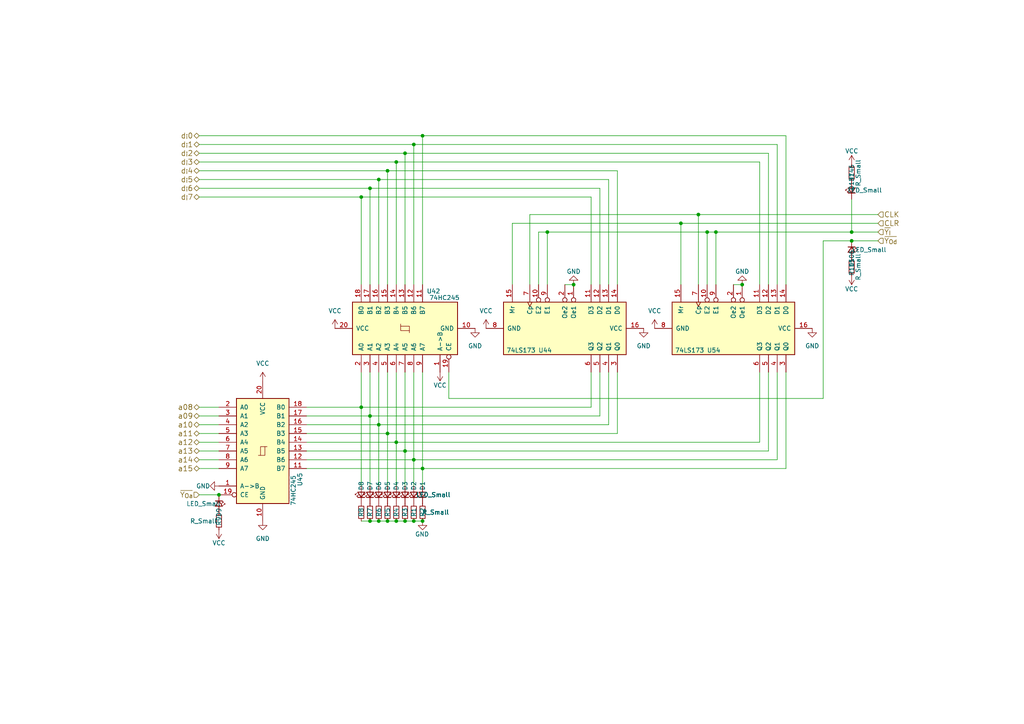
<source format=kicad_sch>
(kicad_sch (version 20230121) (generator eeschema)
  (paper "A4")
  (lib_symbols
    (symbol "74xx:74HC245" (pin_names (offset 1.016))
      (property "Reference" "U" (at -7.62 16.51 0))
      (property "Value" "74HC245" (at -7.62 -16.51 0))
      (symbol "74HC245_1_0"
        (polyline (pts (xy -0.635 -1.27) (xy -0.635 1.27) (xy 0.635 1.27)))
        (polyline (pts (xy -1.27 -1.27) (xy 0.635 -1.27) (xy 0.635 1.27) (xy 1.27 1.27)))
        (pin input line (at -12.7 -10.16 0) (length 5.08) (name "A->B") (number "1"))
        (pin power_in line (at 0 -20.32 90) (length 5.08) (name "GND") (number "10"))
        (pin tri_state line (at 12.7 -5.08 180) (length 5.08) (name "B7") (number "11"))
        (pin tri_state line (at 12.7 -2.54 180) (length 5.08) (name "B6") (number "12"))
        (pin tri_state line (at 12.7 0 180) (length 5.08) (name "B5") (number "13"))
        (pin tri_state line (at 12.7 2.54 180) (length 5.08) (name "B4") (number "14"))
        (pin tri_state line (at 12.7 5.08 180) (length 5.08) (name "B3") (number "15"))
        (pin tri_state line (at 12.7 7.62 180) (length 5.08) (name "B2") (number "16"))
        (pin tri_state line (at 12.7 10.16 180) (length 5.08) (name "B1") (number "17"))
        (pin tri_state line (at 12.7 12.7 180) (length 5.08) (name "B0") (number "18"))
        (pin input inverted (at -12.7 -12.7 0) (length 5.08) (name "CE") (number "19"))
        (pin tri_state line (at -12.7 12.7 0) (length 5.08) (name "A0") (number "2"))
        (pin power_in line (at 0 20.32 270) (length 5.08) (name "VCC") (number "20"))
        (pin tri_state line (at -12.7 10.16 0) (length 5.08) (name "A1") (number "3"))
        (pin tri_state line (at -12.7 7.62 0) (length 5.08) (name "A2") (number "4"))
        (pin tri_state line (at -12.7 5.08 0) (length 5.08) (name "A3") (number "5"))
        (pin tri_state line (at -12.7 2.54 0) (length 5.08) (name "A4") (number "6"))
        (pin tri_state line (at -12.7 0 0) (length 5.08) (name "A5") (number "7"))
        (pin tri_state line (at -12.7 -2.54 0) (length 5.08) (name "A6") (number "8"))
        (pin tri_state line (at -12.7 -5.08 0) (length 5.08) (name "A7") (number "9"))
      )
      (symbol "74HC245_1_1"
        (rectangle (start -7.62 15.24) (end 7.62 -15.24) (stroke (width 0.254)) (fill (type background)))
      )
    )
    (symbol "74xx:74LS173" (pin_names (offset 1.016))
      (property "Reference" "U" (at -7.62 19.05 0))
      (property "Value" "74LS173" (at -7.62 -19.05 0))
      (symbol "74LS173_1_0"
        (pin input inverted (at -12.7 2.54 0) (length 5.08) (name "Oe1") (number "1"))
        (pin input inverted (at -12.7 -7.62 0) (length 5.08) (name "E2") (number "10"))
        (pin input line (at -12.7 7.62 0) (length 5.08) (name "D3") (number "11"))
        (pin input line (at -12.7 10.16 0) (length 5.08) (name "D2") (number "12"))
        (pin input line (at -12.7 12.7 0) (length 5.08) (name "D1") (number "13"))
        (pin input line (at -12.7 15.24 0) (length 5.08) (name "D0") (number "14"))
        (pin input line (at -12.7 -15.24 0) (length 5.08) (name "Mr") (number "15"))
        (pin power_in line (at 0 22.86 270) (length 5.08) (name "VCC") (number "16"))
        (pin input inverted (at -12.7 0 0) (length 5.08) (name "Oe2") (number "2"))
        (pin tri_state line (at 12.7 15.24 180) (length 5.08) (name "Q0") (number "3"))
        (pin tri_state line (at 12.7 12.7 180) (length 5.08) (name "Q1") (number "4"))
        (pin tri_state line (at 12.7 10.16 180) (length 5.08) (name "Q2") (number "5"))
        (pin tri_state line (at 12.7 7.62 180) (length 5.08) (name "Q3") (number "6"))
        (pin input clock (at -12.7 -10.16 0) (length 5.08) (name "Cp") (number "7"))
        (pin power_in line (at 0 -22.86 90) (length 5.08) (name "GND") (number "8"))
        (pin input inverted (at -12.7 -5.08 0) (length 5.08) (name "E1") (number "9"))
      )
      (symbol "74LS173_1_1"
        (rectangle (start -7.62 17.78) (end 7.62 -17.78) (stroke (width 0.254)) (fill (type background)))
      )
    )
    (symbol "Device:LED_Small" (pin_numbers hide) (pin_names (offset 0.254) hide)
      (property "Reference" "D" (at -1.27 3.175 0))
      (property "Value" "LED_Small" (at -4.445 -2.54 0))
      (symbol "LED_Small_0_1"
        (polyline (pts (xy -0.762 -1.016) (xy -0.762 1.016)) (stroke (width 0.254)))
        (polyline (pts (xy 1.016 0) (xy -0.762 0)))
        (polyline (pts (xy 0.762 -1.016) (xy -0.762 0) (xy 0.762 1.016) (xy 0.762 -1.016)) (stroke (width 0.254)))
        (polyline (pts (xy 0 0.762) (xy -0.508 1.27) (xy -0.254 1.27) (xy -0.508 1.27) (xy -0.508 1.016)))
        (polyline (pts (xy 0.508 1.27) (xy 0 1.778) (xy 0.254 1.778) (xy 0 1.778) (xy 0 1.524)))
      )
      (symbol "LED_Small_1_1"
        (pin passive line (at -2.54 0 0) (length 1.778) (name "K") (number "1"))
        (pin passive line (at 2.54 0 180) (length 1.778) (name "A") (number "2"))
      )
    )
    (symbol "Device:R_Small" (pin_numbers hide) (pin_names (offset 0.254) hide)
      (property "Reference" "R" (at 0.762 0.508 0))
      (property "Value" "R_Small" (at 0.762 -1.016 0))
      (symbol "R_Small_0_1"
        (rectangle (start -0.762 1.778) (end 0.762 -1.778) (stroke (width 0.2032)))
      )
      (symbol "R_Small_1_1"
        (pin passive line (at 0 2.54 270) (length 0.762) (name "~") (number "1"))
        (pin passive line (at 0 -2.54 90) (length 0.762) (name "~") (number "2"))
      )
    )
    (symbol "power:GND" (power) (pin_names (offset 0))
      (property "Value" "GND" (at 0 -3.81 0))
      (symbol "GND_0_1"
        (polyline (pts (xy 0 0) (xy 0 -1.27) (xy 1.27 -1.27) (xy 0 -2.54) (xy -1.27 -1.27) (xy 0 -1.27)))
      )
      (symbol "GND_1_1"
        (pin power_in line (at 0 0 270) (length 0) hide (name "GND") (number "1"))
      )
    )
    (symbol "power:VCC" (power) (pin_names (offset 0))
      (property "Value" "VCC" (at 0 3.81 0))
      (symbol "VCC_0_1"
        (polyline (pts (xy -0.762 1.27) (xy 0 2.54)))
        (polyline (pts (xy 0 0) (xy 0 2.54)))
        (polyline (pts (xy 0 2.54) (xy 0.762 1.27)))
      )
      (symbol "VCC_1_1"
        (pin power_in line (at 0 0 90) (length 0) hide (name "VCC") (number "1"))
      )
    )
  )
  (junction (at 197.485 64.77))
  (junction (at 107.315 54.61))
  (junction (at 109.855 123.19))
  (junction (at 63.5 143.51))
  (junction (at 122.555 135.89))
  (junction (at 120.015 41.91))
  (junction (at 117.475 151.13))
  (junction (at 114.935 128.27))
  (junction (at 107.315 151.13))
  (junction (at 112.395 151.13))
  (junction (at 120.015 133.35))
  (junction (at 247.015 67.31))
  (junction (at 114.935 151.13))
  (junction (at 109.855 151.13))
  (junction (at 205.105 67.31))
  (junction (at 104.775 57.15))
  (junction (at 117.475 130.81))
  (junction (at 247.015 69.85))
  (junction (at 122.555 151.13))
  (junction (at 215.265 82.55))
  (junction (at 202.565 62.23))
  (junction (at 158.75 67.31))
  (junction (at 120.015 151.13))
  (junction (at 104.775 118.11))
  (junction (at 117.475 44.45))
  (junction (at 107.315 120.65))
  (junction (at 166.37 82.55))
  (junction (at 109.855 52.07))
  (junction (at 114.935 46.99))
  (junction (at 112.395 49.53))
  (junction (at 122.555 39.37))
  (junction (at 112.395 125.73))
  (junction (at 207.645 67.31))
  (wire (pts (xy 107.315 120.65) (xy 173.99 120.65)))
  (wire (pts (xy 57.785 130.81) (xy 63.5 130.81)))
  (wire (pts (xy 57.785 118.11) (xy 63.5 118.11)))
  (wire (pts (xy 104.775 57.15) (xy 104.775 82.55)))
  (wire (pts (xy 205.105 67.31) (xy 207.645 67.31)))
  (wire (pts (xy 117.475 130.81) (xy 88.9 130.81)))
  (wire (pts (xy 112.395 49.53) (xy 179.07 49.53)))
  (wire (pts (xy 109.855 123.19) (xy 88.9 123.19)))
  (wire (pts (xy 238.76 69.85) (xy 238.76 115.57)))
  (wire (pts (xy 207.645 67.31) (xy 247.015 67.31)))
  (wire (pts (xy 112.395 125.73) (xy 179.07 125.73)))
  (wire (pts (xy 107.315 54.61) (xy 107.315 82.55)))
  (wire (pts (xy 114.935 128.27) (xy 114.935 140.97)))
  (wire (pts (xy 109.855 151.13) (xy 107.315 151.13)))
  (wire (pts (xy 109.855 123.19) (xy 176.53 123.19)))
  (wire (pts (xy 104.775 118.11) (xy 104.775 140.97)))
  (wire (pts (xy 104.775 118.11) (xy 88.9 118.11)))
  (wire (pts (xy 130.175 115.57) (xy 238.76 115.57)))
  (wire (pts (xy 225.425 107.95) (xy 225.425 133.35)))
  (wire (pts (xy 247.015 67.31) (xy 254.635 67.31)))
  (wire (pts (xy 57.785 52.07) (xy 109.855 52.07)))
  (wire (pts (xy 57.785 39.37) (xy 122.555 39.37)))
  (wire (pts (xy 173.99 120.65) (xy 173.99 107.95)))
  (wire (pts (xy 104.775 107.95) (xy 104.775 118.11)))
  (wire (pts (xy 107.315 54.61) (xy 173.99 54.61)))
  (wire (pts (xy 109.855 52.07) (xy 109.855 82.55)))
  (wire (pts (xy 57.785 46.99) (xy 114.935 46.99)))
  (wire (pts (xy 109.855 52.07) (xy 176.53 52.07)))
  (wire (pts (xy 158.75 67.31) (xy 205.105 67.31)))
  (wire (pts (xy 117.475 130.81) (xy 222.885 130.81)))
  (wire (pts (xy 107.315 120.65) (xy 88.9 120.65)))
  (wire (pts (xy 57.785 133.35) (xy 63.5 133.35)))
  (wire (pts (xy 122.555 39.37) (xy 227.965 39.37)))
  (wire (pts (xy 120.015 41.91) (xy 120.015 82.55)))
  (wire (pts (xy 227.965 107.95) (xy 227.965 135.89)))
  (wire (pts (xy 107.315 120.65) (xy 107.315 140.97)))
  (wire (pts (xy 220.345 82.55) (xy 220.345 46.99)))
  (wire (pts (xy 225.425 41.91) (xy 225.425 82.55)))
  (wire (pts (xy 117.475 107.95) (xy 117.475 130.81)))
  (wire (pts (xy 57.785 41.91) (xy 120.015 41.91)))
  (wire (pts (xy 220.345 46.99) (xy 114.935 46.99)))
  (wire (pts (xy 114.935 151.13) (xy 112.395 151.13)))
  (wire (pts (xy 222.885 130.81) (xy 222.885 107.95)))
  (wire (pts (xy 57.785 135.89) (xy 63.5 135.89)))
  (wire (pts (xy 112.395 125.73) (xy 112.395 140.97)))
  (wire (pts (xy 117.475 130.81) (xy 117.475 140.97)))
  (wire (pts (xy 104.775 57.15) (xy 171.45 57.15)))
  (wire (pts (xy 148.59 82.55) (xy 148.59 64.77)))
  (wire (pts (xy 120.015 133.35) (xy 88.9 133.35)))
  (wire (pts (xy 179.07 49.53) (xy 179.07 82.55)))
  (wire (pts (xy 207.645 67.31) (xy 207.645 82.55)))
  (wire (pts (xy 117.475 151.13) (xy 114.935 151.13)))
  (wire (pts (xy 130.175 107.95) (xy 130.175 115.57)))
  (wire (pts (xy 57.785 125.73) (xy 63.5 125.73)))
  (wire (pts (xy 122.555 135.89) (xy 227.965 135.89)))
  (wire (pts (xy 122.555 107.95) (xy 122.555 135.89)))
  (wire (pts (xy 158.75 67.31) (xy 158.75 82.55)))
  (wire (pts (xy 227.965 39.37) (xy 227.965 82.55)))
  (wire (pts (xy 112.395 107.95) (xy 112.395 125.73)))
  (wire (pts (xy 120.015 133.35) (xy 120.015 140.97)))
  (wire (pts (xy 197.485 64.77) (xy 197.485 82.55)))
  (wire (pts (xy 176.53 52.07) (xy 176.53 82.55)))
  (wire (pts (xy 254.635 62.23) (xy 202.565 62.23)))
  (wire (pts (xy 247.015 69.85) (xy 254.635 69.85)))
  (wire (pts (xy 153.67 62.23) (xy 202.565 62.23)))
  (wire (pts (xy 122.555 135.89) (xy 88.9 135.89)))
  (wire (pts (xy 114.935 128.27) (xy 220.345 128.27)))
  (wire (pts (xy 57.785 128.27) (xy 63.5 128.27)))
  (wire (pts (xy 57.785 123.19) (xy 63.5 123.19)))
  (wire (pts (xy 153.67 62.23) (xy 153.67 82.55)))
  (wire (pts (xy 112.395 49.53) (xy 112.395 82.55)))
  (wire (pts (xy 109.855 123.19) (xy 109.855 140.97)))
  (wire (pts (xy 117.475 44.45) (xy 222.885 44.45)))
  (wire (pts (xy 57.785 54.61) (xy 107.315 54.61)))
  (wire (pts (xy 163.83 82.55) (xy 166.37 82.55)))
  (wire (pts (xy 57.785 57.15) (xy 104.775 57.15)))
  (wire (pts (xy 120.015 133.35) (xy 225.425 133.35)))
  (wire (pts (xy 173.99 54.61) (xy 173.99 82.55)))
  (wire (pts (xy 114.935 128.27) (xy 88.9 128.27)))
  (wire (pts (xy 202.565 62.23) (xy 202.565 82.55)))
  (wire (pts (xy 238.76 69.85) (xy 247.015 69.85)))
  (wire (pts (xy 57.785 143.51) (xy 63.5 143.51)))
  (wire (pts (xy 122.555 135.89) (xy 122.555 140.97)))
  (wire (pts (xy 122.555 39.37) (xy 122.555 82.55)))
  (wire (pts (xy 222.885 44.45) (xy 222.885 82.55)))
  (wire (pts (xy 57.785 44.45) (xy 117.475 44.45)))
  (wire (pts (xy 57.785 49.53) (xy 112.395 49.53)))
  (wire (pts (xy 114.935 107.95) (xy 114.935 128.27)))
  (wire (pts (xy 120.015 151.13) (xy 117.475 151.13)))
  (wire (pts (xy 179.07 125.73) (xy 179.07 107.95)))
  (wire (pts (xy 107.315 107.95) (xy 107.315 120.65)))
  (wire (pts (xy 220.345 128.27) (xy 220.345 107.95)))
  (wire (pts (xy 156.21 67.31) (xy 158.75 67.31)))
  (wire (pts (xy 104.775 118.11) (xy 171.45 118.11)))
  (wire (pts (xy 156.21 67.31) (xy 156.21 82.55)))
  (wire (pts (xy 212.725 82.55) (xy 215.265 82.55)))
  (wire (pts (xy 117.475 44.45) (xy 117.475 82.55)))
  (wire (pts (xy 171.45 118.11) (xy 171.45 107.95)))
  (wire (pts (xy 205.105 67.31) (xy 205.105 82.55)))
  (wire (pts (xy 176.53 123.19) (xy 176.53 107.95)))
  (wire (pts (xy 57.785 120.65) (xy 63.5 120.65)))
  (wire (pts (xy 112.395 151.13) (xy 109.855 151.13)))
  (wire (pts (xy 148.59 64.77) (xy 197.485 64.77)))
  (wire (pts (xy 109.855 107.95) (xy 109.855 123.19)))
  (wire (pts (xy 114.935 46.99) (xy 114.935 82.55)))
  (wire (pts (xy 197.485 64.77) (xy 254.635 64.77)))
  (wire (pts (xy 122.555 151.13) (xy 120.015 151.13)))
  (wire (pts (xy 107.315 151.13) (xy 104.775 151.13)))
  (wire (pts (xy 120.015 41.91) (xy 225.425 41.91)))
  (wire (pts (xy 247.015 57.785) (xy 247.015 67.31)))
  (wire (pts (xy 171.45 57.15) (xy 171.45 82.55)))
  (wire (pts (xy 120.015 107.95) (xy 120.015 133.35)))
  (wire (pts (xy 112.395 125.73) (xy 88.9 125.73)))
  (hierarchical_label "d_{i}3" (shape tri_state) (at 57.785 46.99 180) (effects (font (size 1.524 1.524))))
  (hierarchical_label "a10" (shape tri_state) (at 57.785 123.19 180) (effects (font (size 1.524 1.524))))
  (hierarchical_label "a08" (shape tri_state) (at 57.785 118.11 180) (effects (font (size 1.524 1.524))))
  (hierarchical_label "a14" (shape tri_state) (at 57.785 133.35 180) (effects (font (size 1.524 1.524))))
  (hierarchical_label "a09" (shape tri_state) (at 57.785 120.65 180) (effects (font (size 1.524 1.524))))
  (hierarchical_label "a11" (shape tri_state) (at 57.785 125.73 180) (effects (font (size 1.524 1.524))))
  (hierarchical_label "d_{i}7" (shape tri_state) (at 57.785 57.15 180) (effects (font (size 1.524 1.524))))
  (hierarchical_label "~{Y_{Od}}" (shape input) (at 254.635 69.85 0) (effects (font (size 1.524 1.524))))
  (hierarchical_label "a12" (shape tri_state) (at 57.785 128.27 180) (effects (font (size 1.524 1.524))))
  (hierarchical_label "a13" (shape tri_state) (at 57.785 130.81 180) (effects (font (size 1.524 1.524))))
  (hierarchical_label "d_{i}5" (shape tri_state) (at 57.785 52.07 180) (effects (font (size 1.524 1.524))))
  (hierarchical_label "d_{i}4" (shape tri_state) (at 57.785 49.53 180) (effects (font (size 1.524 1.524))))
  (hierarchical_label "CLK" (shape input) (at 254.635 62.23 0) (effects (font (size 1.524 1.524))))
  (hierarchical_label "d_{i}2" (shape tri_state) (at 57.785 44.45 180) (effects (font (size 1.524 1.524))))
  (hierarchical_label "a15" (shape tri_state) (at 57.785 135.89 180) (effects (font (size 1.524 1.524))))
  (hierarchical_label "d_{i}1" (shape tri_state) (at 57.785 41.91 180) (effects (font (size 1.524 1.524))))
  (hierarchical_label "d_{i}6" (shape tri_state) (at 57.785 54.61 180) (effects (font (size 1.524 1.524))))
  (hierarchical_label "CLR" (shape input) (at 254.635 64.77 0) (effects (font (size 1.524 1.524))))
  (hierarchical_label "~{Y_{I}}" (shape input) (at 254.635 67.31 0) (effects (font (size 1.524 1.524))))
  (hierarchical_label "d_{i}0" (shape tri_state) (at 57.785 39.37 180) (effects (font (size 1.524 1.524))))
  (hierarchical_label "~{Y_{Oa}}" (shape input) (at 57.785 143.51 180) (effects (font (size 1.524 1.524))))
  (symbol (lib_id "Device:R_Small") (at 104.775 148.59 0) (unit 1)
    (property "Reference" "R8" (at 104.775 148.59 90))
    (property "Value" "R_Small" (at 126.365 148.59 0))
    (instances (project "8bit-computer" (path "" (reference "R8") (unit 1)) (path "" (reference "R20") (unit 1)) (path "" (reference "R123") (unit 1)) (path "" (reference "R48") (unit 1))))
  )
  (symbol (lib_id "Device:R_Small") (at 109.855 148.59 0) (unit 1)
    (property "Reference" "R6" (at 109.855 148.59 90))
    (property "Value" "R_Small" (at 126.365 148.59 0))
    (instances (project "8bit-computer" (path "" (reference "R6") (unit 1)) (path "" (reference "R22") (unit 1)) (path "" (reference "R125") (unit 1)) (path "" (reference "R50") (unit 1))))
  )
  (symbol (lib_id "74xx:74HC245") (at 76.2 130.81 0) (unit 1)
    (property "Reference" "U45" (at 86.995 139.065 90))
    (property "Value" "74HC245" (at 85.09 142.24 90))
    (property "Datasheet" "http://www.ti.com/lit/gpn/sn74HC245" (effects hide))
    (instances (project "8bit-computer" (path "" (reference "U45") (unit 1)) (path "" (reference "U29") (unit 1)) (path "" (reference "U9") (unit 1))))
  )
  (symbol (lib_id "Device:R_Small") (at 112.395 148.59 0) (unit 1)
    (property "Reference" "R5" (at 112.395 148.59 90))
    (property "Value" "R_Small" (at 126.365 148.59 0))
    (instances (project "8bit-computer" (path "" (reference "R5") (unit 1)) (path "" (reference "R23") (unit 1)) (path "" (reference "R126") (unit 1)) (path "" (reference "R51") (unit 1))))
  )
  (symbol (lib_id "74xx:74HC245") (at 117.475 95.25 90) (unit 1)
    (property "Reference" "U42" (at 125.73 84.455 90))
    (property "Value" "74HC245" (at 128.905 86.36 90))
    (property "Datasheet" "http://www.ti.com/lit/gpn/sn74HC245" (effects hide))
    (instances (project "8bit-computer" (path "" (reference "U42") (unit 1)) (path "" (reference "U29") (unit 1)) (path "" (reference "U10") (unit 1))))
  )
  (symbol (lib_id "Device:LED_Small") (at 117.475 143.51 90) (unit 1)
    (property "Reference" "D3" (at 117.475 140.9065 0))
    (property "Value" "LED_Small" (at 125.6665 143.51 90))
    (instances (project "8bit-computer" (path "" (reference "D3") (unit 1)) (path "" (reference "D133") (unit 1)) (path "" (reference "D119") (unit 1)) (path "" (reference "D53") (unit 1))))
  )
  (symbol (lib_id "power:GND") (at 235.585 95.25 0) (unit 1)
    (property "Reference" "#PWR0153" (effects hide))
    (property "Value" "GND" (at 235.585 100.33 0))
    (instances (project "8bit-computer" (path "" (reference "#PWR0153") (unit 1)) (path "" (reference "#PWR0166") (unit 1)) (path "" (reference "#PWR066") (unit 1))))
  )
  (symbol (lib_id "Device:LED_Small") (at 63.5 146.05 270) (unit 1)
    (property "Reference" "D9" (at 63.5 148.6535 0))
    (property "Value" "LED_Small" (at 59.055 146.1135 90))
    (instances (project "8bit-computer" (path "" (reference "D9") (unit 1)) (path "" (reference "D123") (unit 1)) (path "" (reference "D47") (unit 1))))
  )
  (symbol (lib_id "Device:LED_Small") (at 112.395 143.51 90) (unit 1)
    (property "Reference" "D5" (at 112.395 140.9065 0))
    (property "Value" "LED_Small" (at 125.6665 143.51 90))
    (instances (project "8bit-computer" (path "" (reference "D5") (unit 1)) (path "" (reference "D23") (unit 1)) (path "" (reference "D117") (unit 1)) (path "" (reference "D51") (unit 1))))
  )
  (symbol (lib_id "power:GND") (at 166.37 82.55 180) (unit 1)
    (property "Reference" "#PWR0144" (effects hide))
    (property "Value" "GND" (at 166.37 78.74 0))
    (instances (project "8bit-computer" (path "" (reference "#PWR0144") (unit 1)) (path "" (reference "#PWR0124") (unit 1)) (path "" (reference "#PWR062") (unit 1))))
  )
  (symbol (lib_id "Device:LED_Small") (at 109.855 143.51 90) (unit 1)
    (property "Reference" "D6" (at 109.855 140.9065 0))
    (property "Value" "LED_Small" (at 125.6665 143.51 90))
    (instances (project "8bit-computer" (path "" (reference "D6") (unit 1)) (path "" (reference "D22") (unit 1)) (path "" (reference "D116") (unit 1)) (path "" (reference "D50") (unit 1))))
  )
  (symbol (lib_id "power:GND") (at 122.555 151.13 0) (unit 1)
    (property "Reference" "#PWR097" (effects hide))
    (property "Value" "GND" (at 124.46 154.94 0) (effects (justify right)))
    (instances (project "8bit-computer" (path "" (reference "#PWR097") (unit 1)) (path "" (reference "#PWR0140") (unit 1)) (path "" (reference "#PWR0105") (unit 1)) (path "" (reference "#PWR058") (unit 1))))
  )
  (symbol (lib_id "Device:R_Small") (at 122.555 148.59 0) (unit 1)
    (property "Reference" "R2" (at 122.555 148.59 90))
    (property "Value" "R_Small" (at 126.365 148.59 0))
    (instances (project "8bit-computer" (path "" (reference "R2") (unit 1)) (path "" (reference "R144") (unit 1)) (path "" (reference "R130") (unit 1)) (path "" (reference "R55") (unit 1))))
  )
  (symbol (lib_id "Device:R_Small") (at 247.015 50.165 180) (unit 1)
    (property "Reference" "R146" (at 247.015 50.165 90))
    (property "Value" "R_Small" (at 248.92 50.165 90))
    (instances (project "8bit-computer" (path "" (reference "R146") (unit 1)) (path "" (reference "R56") (unit 1))))
  )
  (symbol (lib_id "Device:LED_Small") (at 114.935 143.51 90) (unit 1)
    (property "Reference" "D4" (at 114.935 140.9065 0))
    (property "Value" "LED_Small" (at 125.6665 143.51 90))
    (instances (project "8bit-computer" (path "" (reference "D4") (unit 1)) (path "" (reference "D81") (unit 1)) (path "" (reference "D118") (unit 1)) (path "" (reference "D52") (unit 1))))
  )
  (symbol (lib_id "Device:LED_Small") (at 247.015 55.245 90) (unit 1)
    (property "Reference" "D137" (at 247.015 52.6415 0))
    (property "Value" "LED_Small" (at 250.825 55.1815 90))
    (instances (project "8bit-computer" (path "" (reference "D137") (unit 1)) (path "" (reference "D56") (unit 1))))
  )
  (symbol (lib_id "74xx:74LS173") (at 212.725 95.25 270) (unit 1)
    (property "Reference" "U54" (at 207.01 101.6 90))
    (property "Value" "74LS173" (at 200.025 101.6 90))
    (property "Datasheet" "http://www.ti.com/lit/gpn/sn74LS173" (effects hide))
    (instances (project "8bit-computer" (path "" (reference "U54") (unit 1)) (path "" (reference "U31") (unit 1)) (path "" (reference "U12") (unit 1))))
  )
  (symbol (lib_id "power:GND") (at 186.69 95.25 0) (unit 1)
    (property "Reference" "#PWR0145" (effects hide))
    (property "Value" "GND" (at 186.69 100.33 0))
    (instances (project "8bit-computer" (path "" (reference "#PWR0145") (unit 1)) (path "" (reference "#PWR0148") (unit 1)) (path "" (reference "#PWR063") (unit 1))))
  )
  (symbol (lib_id "Device:LED_Small") (at 120.015 143.51 90) (unit 1)
    (property "Reference" "D2" (at 120.015 140.9065 0))
    (property "Value" "LED_Small" (at 125.6665 143.51 90))
    (instances (project "8bit-computer" (path "" (reference "D2") (unit 1)) (path "" (reference "D134") (unit 1)) (path "" (reference "D120") (unit 1)) (path "" (reference "D54") (unit 1))))
  )
  (symbol (lib_id "Device:R_Small") (at 107.315 148.59 0) (unit 1)
    (property "Reference" "R7" (at 107.315 148.59 90))
    (property "Value" "R_Small" (at 126.365 148.59 0))
    (instances (project "8bit-computer" (path "" (reference "R7") (unit 1)) (path "" (reference "R21") (unit 1)) (path "" (reference "R124") (unit 1)) (path "" (reference "R49") (unit 1))))
  )
  (symbol (lib_id "Device:R_Small") (at 117.475 148.59 0) (unit 1)
    (property "Reference" "R3" (at 117.475 148.59 90))
    (property "Value" "R_Small" (at 126.365 148.59 0))
    (instances (project "8bit-computer" (path "" (reference "R3") (unit 1)) (path "" (reference "R142") (unit 1)) (path "" (reference "R128") (unit 1)) (path "" (reference "R53") (unit 1))))
  )
  (symbol (lib_id "Device:R_Small") (at 120.015 148.59 0) (unit 1)
    (property "Reference" "R1" (at 120.015 148.59 90))
    (property "Value" "R_Small" (at 126.365 148.59 0))
    (instances (project "8bit-computer" (path "" (reference "R1") (unit 1)) (path "" (reference "R143") (unit 1)) (path "" (reference "R129") (unit 1)) (path "" (reference "R54") (unit 1))))
  )
  (symbol (lib_id "74xx:74LS173") (at 163.83 95.25 270) (unit 1)
    (property "Reference" "U44" (at 158.115 101.6 90))
    (property "Value" "74LS173" (at 151.13 101.6 90))
    (property "Datasheet" "http://www.ti.com/lit/gpn/sn74LS173" (effects hide))
    (instances (project "8bit-computer" (path "" (reference "U44") (unit 1)) (path "" (reference "U30") (unit 1)) (path "" (reference "U11") (unit 1))))
  )
  (symbol (lib_id "power:VCC") (at 247.015 47.625 0) (unit 1)
    (property "Reference" "#PWR0217" (effects hide))
    (property "Value" "VCC" (at 245.11 43.815 0) (effects (justify left)))
    (instances (project "8bit-computer" (path "" (reference "#PWR0217") (unit 1)) (path "" (reference "#PWR067") (unit 1))))
  )
  (symbol (lib_id "Device:LED_Small") (at 122.555 143.51 90) (unit 1)
    (property "Reference" "D1" (at 122.555 140.9065 0))
    (property "Value" "LED_Small" (at 125.6665 143.51 90))
    (instances (project "8bit-computer" (path "" (reference "D1") (unit 1)) (path "" (reference "D135") (unit 1)) (path "" (reference "D121") (unit 1)) (path "" (reference "D55") (unit 1))))
  )
  (symbol (lib_id "Device:LED_Small") (at 104.775 143.51 90) (unit 1)
    (property "Reference" "D8" (at 104.775 140.9065 0))
    (property "Value" "LED_Small" (at 125.6665 143.51 90))
    (instances (project "8bit-computer" (path "" (reference "D8") (unit 1)) (path "" (reference "D20") (unit 1)) (path "" (reference "D114") (unit 1)) (path "" (reference "D48") (unit 1))))
  )
  (symbol (lib_id "power:VCC") (at 76.2 110.49 0) (unit 1)
    (property "Reference" "#PWR060" (effects hide))
    (property "Value" "VCC" (at 76.2 105.41 0))
    (instances (project "8bit-computer" (path "" (reference "#PWR060") (unit 1)) (path "" (reference "#PWR058") (unit 1)) (path "" (reference "#PWR055") (unit 1))))
  )
  (symbol (lib_id "Device:R_Small") (at 114.935 148.59 0) (unit 1)
    (property "Reference" "R4" (at 114.935 148.59 90))
    (property "Value" "R_Small" (at 126.365 148.59 0))
    (instances (project "8bit-computer" (path "" (reference "R4") (unit 1)) (path "" (reference "R90") (unit 1)) (path "" (reference "R127") (unit 1)) (path "" (reference "R52") (unit 1))))
  )
  (symbol (lib_id "power:GND") (at 76.2 151.13 0) (unit 1)
    (property "Reference" "#PWR0113" (effects hide))
    (property "Value" "GND" (at 76.2 156.21 0))
    (instances (project "8bit-computer" (path "" (reference "#PWR0113") (unit 1)) (path "" (reference "#PWR0107") (unit 1)) (path "" (reference "#PWR056") (unit 1))))
  )
  (symbol (lib_id "power:GND") (at 63.5 140.97 270) (unit 1)
    (property "Reference" "#PWR0114" (effects hide))
    (property "Value" "GND" (at 60.96 140.97 90) (effects (justify right)))
    (instances (project "8bit-computer" (path "" (reference "#PWR0114") (unit 1)) (path "" (reference "#PWR0107") (unit 1)) (path "" (reference "#PWR053") (unit 1))))
  )
  (symbol (lib_id "power:GND") (at 215.265 82.55 180) (unit 1)
    (property "Reference" "#PWR0147" (effects hide))
    (property "Value" "GND" (at 215.265 78.74 0))
    (instances (project "8bit-computer" (path "" (reference "#PWR0147") (unit 1)) (path "" (reference "#PWR0157") (unit 1)) (path "" (reference "#PWR065") (unit 1))))
  )
  (symbol (lib_id "power:VCC") (at 97.155 95.25 0) (unit 1)
    (property "Reference" "#PWR099" (effects hide))
    (property "Value" "VCC" (at 97.155 90.17 0))
    (instances (project "8bit-computer" (path "" (reference "#PWR099") (unit 1)) (path "" (reference "#PWR058") (unit 1)) (path "" (reference "#PWR057") (unit 1))))
  )
  (symbol (lib_id "Device:R_Small") (at 63.5 151.13 0) (unit 1)
    (property "Reference" "R9" (at 63.5 151.13 90))
    (property "Value" "R_Small" (at 59.055 151.13 0))
    (instances (project "8bit-computer" (path "" (reference "R9") (unit 1)) (path "" (reference "R132") (unit 1)) (path "" (reference "R47") (unit 1))))
  )
  (symbol (lib_id "power:VCC") (at 127.635 107.95 180) (unit 1)
    (property "Reference" "#PWR0141" (effects hide))
    (property "Value" "VCC" (at 127.635 111.76 0))
    (instances (project "8bit-computer" (path "" (reference "#PWR0141") (unit 1)) (path "" (reference "#PWR0106") (unit 1)) (path "" (reference "#PWR059") (unit 1))))
  )
  (symbol (lib_id "power:VCC") (at 63.5 153.67 180) (unit 1)
    (property "Reference" "#PWR0196" (effects hide))
    (property "Value" "VCC" (at 63.5 157.48 0))
    (instances (project "8bit-computer" (path "" (reference "#PWR0196") (unit 1)) (path "" (reference "#PWR054") (unit 1))))
  )
  (symbol (lib_id "Device:LED_Small") (at 107.315 143.51 90) (unit 1)
    (property "Reference" "D7" (at 107.315 140.9065 0))
    (property "Value" "LED_Small" (at 125.6665 143.51 90))
    (instances (project "8bit-computer" (path "" (reference "D7") (unit 1)) (path "" (reference "D21") (unit 1)) (path "" (reference "D115") (unit 1)) (path "" (reference "D49") (unit 1))))
  )
  (symbol (lib_id "power:VCC") (at 140.97 95.25 0) (unit 1)
    (property "Reference" "#PWR0143" (effects hide))
    (property "Value" "VCC" (at 140.97 90.17 0))
    (instances (project "8bit-computer" (path "" (reference "#PWR0143") (unit 1)) (path "" (reference "#PWR0111") (unit 1)) (path "" (reference "#PWR061") (unit 1))))
  )
  (symbol (lib_id "power:VCC") (at 189.865 95.25 0) (unit 1)
    (property "Reference" "#PWR0146" (effects hide))
    (property "Value" "VCC" (at 189.865 90.17 0))
    (instances (project "8bit-computer" (path "" (reference "#PWR0146") (unit 1)) (path "" (reference "#PWR0156") (unit 1)) (path "" (reference "#PWR064") (unit 1))))
  )
  (symbol (lib_id "Device:LED_Small") (at 247.015 72.39 270) (unit 1)
    (property "Reference" "D106" (at 247.015 74.9935 0))
    (property "Value" "LED_Small" (at 252.095 72.4535 90))
    (instances (project "8bit-computer" (path "" (reference "D106") (unit 1)) (path "" (reference "D107") (unit 1)) (path "" (reference "D57") (unit 1))))
  )
  (symbol (lib_id "Device:R_Small") (at 247.015 77.47 0) (unit 1)
    (property "Reference" "R115" (at 247.015 77.47 90))
    (property "Value" "R_Small" (at 248.92 77.47 90))
    (instances (project "8bit-computer" (path "" (reference "R115") (unit 1)) (path "" (reference "R116") (unit 1)) (path "" (reference "R57") (unit 1))))
  )
  (symbol (lib_id "power:VCC") (at 247.015 80.01 180) (unit 1)
    (property "Reference" "#PWR024" (effects hide))
    (property "Value" "VCC" (at 248.92 83.82 0) (effects (justify left)))
    (instances (project "8bit-computer" (path "" (reference "#PWR024") (unit 1)) (path "" (reference "#PWR033") (unit 1)) (path "" (reference "#PWR068") (unit 1))))
  )
  (symbol (lib_id "power:GND") (at 137.795 95.25 0) (unit 1)
    (property "Reference" "#PWR0142" (effects hide))
    (property "Value" "GND" (at 137.795 100.33 0))
    (instances (project "8bit-computer" (path "" (reference "#PWR0142") (unit 1)) (path "" (reference "#PWR0107") (unit 1)) (path "" (reference "#PWR060") (unit 1))))
  )
)
</source>
